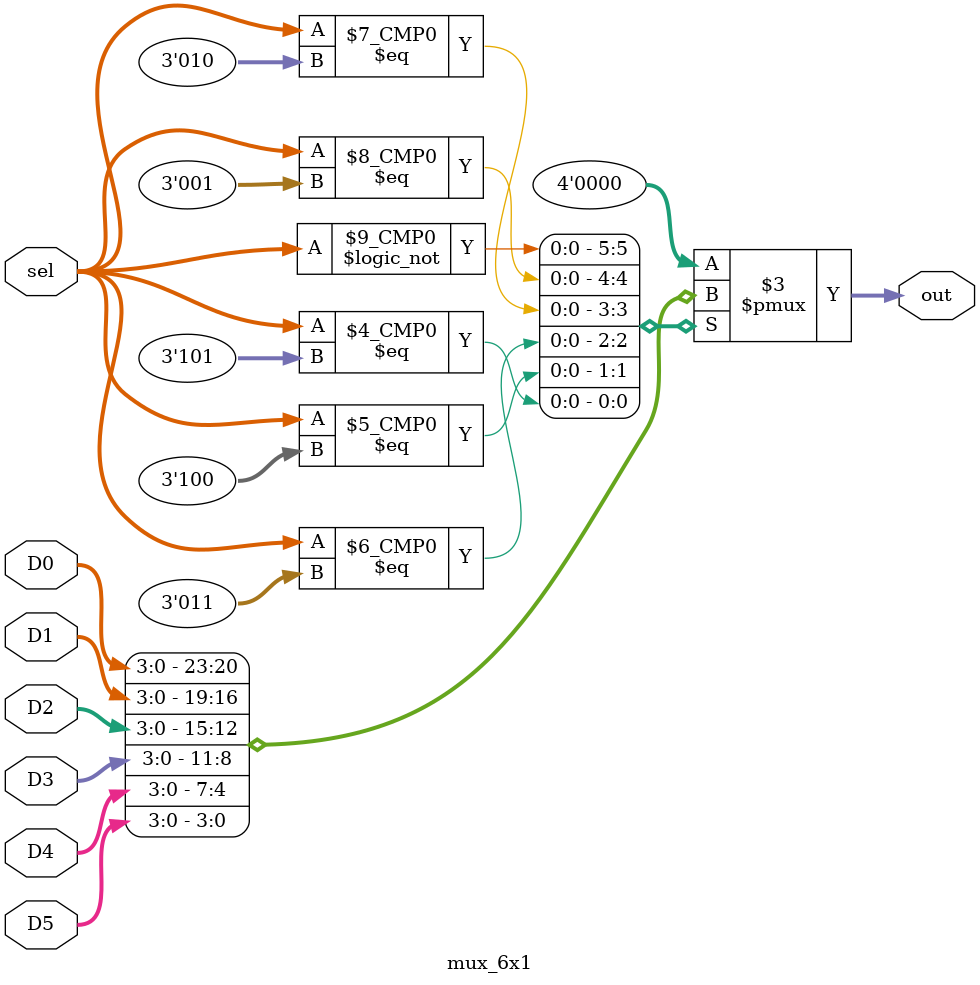
<source format=v>
`timescale 1ns / 1ps


module mux_6x1#(
    parameter WIDTH = 4
    )(
    input wire [WIDTH-1:0] D0,
    input wire [WIDTH-1:0] D1,
    input wire [WIDTH-1:0] D2,
    input wire [WIDTH-1:0] D3,
    input wire [WIDTH-1:0] D4,
    input wire [WIDTH-1:0] D5,
    input wire [2:0] sel,
    output reg [WIDTH-1:0] out
    );
    
    always @(*) begin
        case(sel)
            3'h0: out = D0;
            3'h1: out = D1;
            3'h2: out = D2;
            3'h3: out = D3;
            3'h4: out = D4;
            3'h5: out = D5;
            default: out = 0;
        endcase
    end
endmodule

</source>
